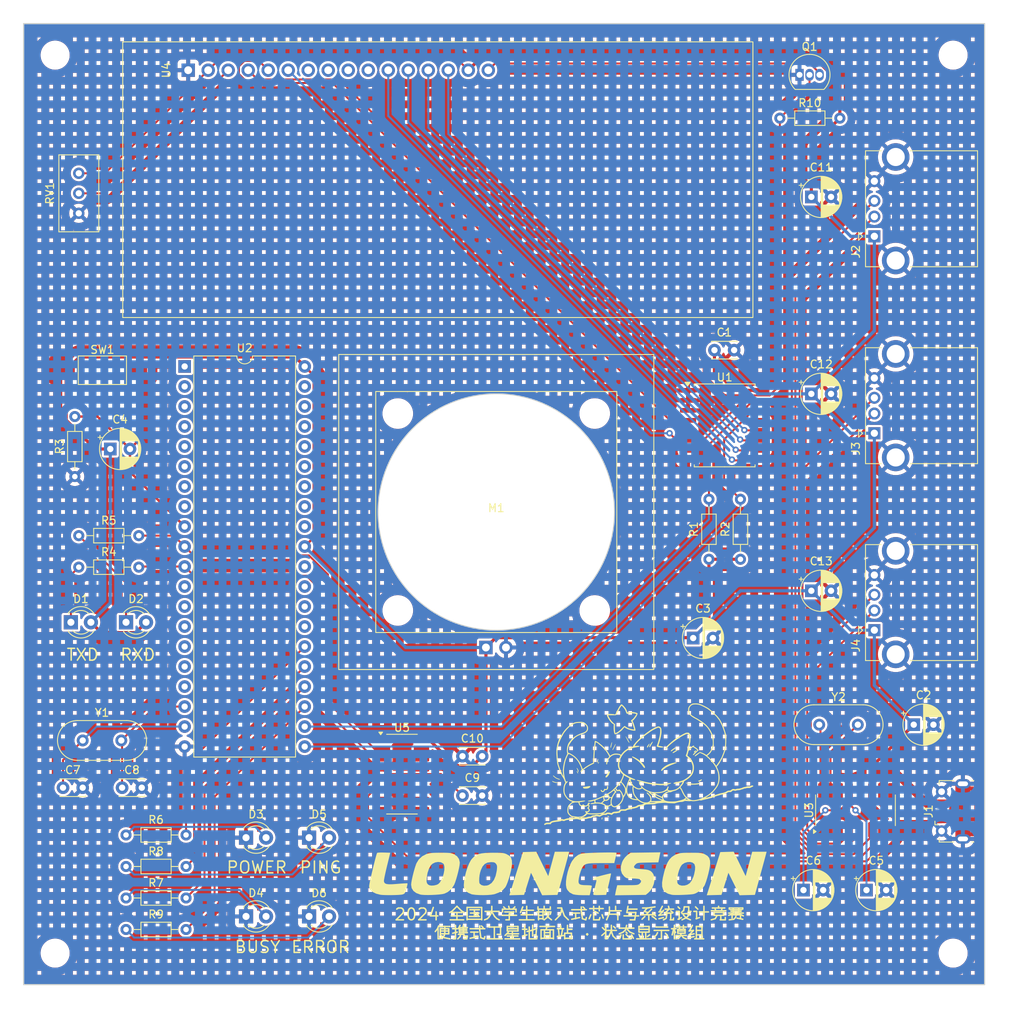
<source format=kicad_pcb>
(kicad_pcb (version 20240108) (generator "pcbnew") (generator_version "8.0")
  (layers (0 "F.Cu" signal) (31 "B.Cu" signal) (34 "B.Paste" user) (35 "F.Paste" user) (36 "B.SilkS" user "B.Silkscreen") (37 "F.SilkS" user "F.Silkscreen") (38 "B.Mask" user) (39 "F.Mask" user) (44 "Edge.Cuts" user))
  (net 0 "")
  (net 1 "+5V")
  (net 2 "GND")
  (net 3 "Net-(U2-~{RESET})")
  (net 4 "Net-(U3-VDD33)")
  (net 5 "Net-(U3-VDD18)")
  (net 6 "Net-(U2-X2)")
  (net 7 "Net-(U5-V3)")
  (net 8 "Net-(D3-A)")
  (net 9 "Net-(D4-A)")
  (net 10 "/USB_DM")
  (net 11 "/USB_DP")
  (net 13 "/USB2_DM")
  (net 14 "/USB2_DP")
  (net 15 "/USB3_DM")
  (net 16 "/USB3_DP")
  (net 17 "/USB4_DM")
  (net 18 "/USB4_DP")
  (net 19 "/EXP_P3")
  (net 20 "Net-(Q1-C)")
  (net 21 "/MCU_SDA")
  (net 22 "/MCU_SCL")
  (net 23 "/MCU_POWER")
  (net 24 "/MCU_BUSY")
  (net 25 "/MCU_ERROR")
  (net 26 "Net-(U4-VO)")
  (net 27 "/EXP_P0")
  (net 28 "/EXP_P1")
  (net 29 "/EXP_P2")
  (net 30 "/EXP_P4")
  (net 31 "/EXP_P5")
  (net 32 "/EXP_P6")
  (net 33 "/EXP_P7")
  (net 43 "/MCU_TXD")
  (net 44 "/MCU_RXD")
  (net 51 "Net-(U2-X1)")
  (net 64 "/USB1_DM")
  (net 65 "/USB1_DP")
  (net 66 "Net-(U3-XOUT)")
  (net 67 "Net-(U3-XIN)")
  (net 81 "Net-(D1-K)")
  (net 82 "Net-(D2-K)")
  (net 83 "Net-(D5-A)")
  (net 84 "Net-(D6-A)")
  (net 85 "/MCU_PING")
  (footprint "Connector_USB:USB_A_CONNFLY_DS1095-WNR0" (layer "F.Cu") (at 171 90 90)
    (property "Reference" "J3")
    (property "Value" "USB_A")
  )
  (footprint "Capacitor_THT:C_Disc_D3.0mm_W2.0mm_P2.50mm" (layer "F.Cu") (at 150.7 79.45)
    (property "Reference" "C1")
    (property "Value" "0.1uF")
  )
  (footprint "Crystal:Crystal_HC18-U_Vertical" (layer "F.Cu") (at 164 127)
    (property "Reference" "Y2")
    (property "Value" "12MHz")
  )
  (footprint "Resistor_THT:R_Axial_DIN0204_L3.6mm_D1.6mm_P7.62mm_Horizontal" (layer "F.Cu") (at 150 106 90)
    (property "Reference" "R1")
    (property "Value" "10k")
  )
  (footprint "Logo:Loongson" (layer "F.Cu") (at 132.088388 145.845837)
    (property "Reference" "G***" (hide yes))
    (property "Value" "LOGO" (hide yes))
  )
  (footprint "Resistor_THT:R_Axial_DIN0204_L3.6mm_D1.6mm_P7.62mm_Horizontal" (layer "F.Cu") (at 159 50)
    (property "Reference" "R10")
    (property "Value" "4.7k")
  )
  (footprint "MountingHole:MountingHole_3.2mm_M3" (layer "F.Cu") (at 181 156)
    (property "Reference" "H3" (hide yes))
    (property "Value" "MountingHole")
  )
  (footprint "OpenStation:Fan_30x30mm" (layer "F.Cu") (at 123 100)
    (property "Reference" "M1")
    (property "Value" "Fan")
    (fp_circle (center 0 0) (end 15 0) (stroke (width 0.12)) (fill none) (layer "Edge.Cuts"))
  )
  (footprint "Package_DIP:DIP-40_W15.24mm" (layer "F.Cu") (at 83.44 81.52)
    (property "Reference" "U2")
    (property "Value" "AT89C52")
  )
  (footprint "Capacitor_THT:CP_Radial_D5.0mm_P2.50mm" (layer "F.Cu") (at 148 116)
    (property "Reference" "C3")
    (property "Value" "4.7uF")
  )
  (footprint "Connector_USB:USB_A_CONNFLY_DS1095-WNR0" (layer "F.Cu") (at 171 115 90)
    (property "Reference" "J4")
    (property "Value" "USB_A")
  )
  (footprint "Resistor_THT:R_Axial_DIN0204_L3.6mm_D1.6mm_P7.62mm_Horizontal" (layer "F.Cu") (at 69.5 95.5 90)
    (property "Reference" "R3")
    (property "Value" "10k")
  )
  (footprint "LED_THT:LED_D3.0mm" (layer "F.Cu") (at 91.235 141.34)
    (property "Reference" "D3")
    (property "Value" "LED")
  )
  (footprint "Button_Switch_SMD:SW_SPST_FSMSM" (layer "F.Cu") (at 73 82)
    (property "Reference" "SW1")
    (property "Value" "SW_Push")
  )
  (footprint "Resistor_THT:R_Axial_DIN0204_L3.6mm_D1.6mm_P7.62mm_Horizontal" (layer "F.Cu") (at 70 107)
    (property "Reference" "R4")
    (property "Value" "1k")
  )
  (footprint "Capacitor_THT:C_Disc_D3.0mm_W2.0mm_P2.50mm" (layer "F.Cu") (at 118.71 131)
    (property "Reference" "C10")
    (property "Value" "0.1uF")
  )
  (footprint "LED_THT:LED_D3.0mm" (layer "F.Cu") (at 99.235 151.34)
    (property "Reference" "D6")
    (property "Value" "LED")
  )
  (footprint "Capacitor_THT:CP_Radial_D5.0mm_P2.50mm" (layer "F.Cu") (at 74 92)
    (property "Reference" "C4")
    (property "Value" "10uF")
  )
  (footprint "Capacitor_THT:CP_Radial_D5.0mm_P2.50mm" (layer "F.Cu") (at 163 110)
    (property "Reference" "C13")
    (property "Value" "10uF")
  )
  (footprint "Resistor_THT:R_Axial_DIN0204_L3.6mm_D1.6mm_P7.62mm_Horizontal" (layer "F.Cu") (at 76 153)
    (property "Reference" "R9")
    (property "Value" "1k")
  )
  (footprint "Capacitor_THT:CP_Radial_D5.0mm_P2.50mm" (layer "F.Cu") (at 163 60)
    (property "Reference" "C11")
    (property "Value" "10uF")
  )
  (footprint "Potentiometer_THT:Potentiometer_Bourns_3296W_Vertical" (layer "F.Cu") (at 70 57 90)
    (property "Reference" "RV1")
    (property "Value" "100k")
  )
  (footprint "MountingHole:MountingHole_3.2mm_M3" (layer "F.Cu") (at 67 156)
    (property "Reference" "H4" (hide yes))
    (property "Value" "MountingHole")
  )
  (footprint "Package_SO:SOIC-16W_7.5x10.3mm_P1.27mm" (layer "F.Cu") (at 152 89)
    (property "Reference" "U1")
    (property "Value" "PCF8574")
  )
  (footprint "Resistor_THT:R_Axial_DIN0204_L3.6mm_D1.6mm_P7.62mm_Horizontal" (layer "F.Cu") (at 76 141)
    (property "Reference" "R6")
    (property "Value" "1k")
  )
  (footprint "Capacitor_THT:C_Disc_D3.0mm_W2.0mm_P2.50mm" (layer "F.Cu") (at 118.71 136)
    (property "Reference" "C9")
    (property "Value" "0.1uF")
  )
  (footprint "Connector_USB:USB_Micro-B_Molex-105017-0001" (layer "F.Cu") (at 181 138 90)
    (property "Reference" "J1")
    (property "Value" "USB_B_Micro")
  )
  (footprint "LED_THT:LED_D3.0mm" (layer "F.Cu") (at 99.235 141.34)
    (property "Reference" "D5")
    (property "Value" "LED")
  )
  (footprint "Package_SO:SOIC-16_3.9x9.9mm_P1.27mm" (layer "F.Cu") (at 111.03 133.28)
    (property "Reference" "U5")
    (property "Value" "CH340C")
  )
  (footprint "Crystal:Crystal_HC18-U_Vertical" (layer "F.Cu") (at 70.5 129)
    (property "Reference" "Y1")
    (property "Value" "11.0592MHz")
  )
  (footprint "Capacitor_THT:C_Disc_D3.0mm_W2.0mm_P2.50mm" (layer "F.Cu") (at 68 135)
    (property "Reference" "C7")
    (property "Value" "20pF")
  )
  (footprint "Capacitor_THT:CP_Radial_D5.0mm_P2.50mm" (layer "F.Cu") (at 163 85)
    (property "Reference" "C12")
    (property "Value" "10uF")
  )
  (footprint "LED_THT:LED_D3.0mm" (layer "F.Cu") (at 76 114)
    (property "Reference" "D2")
    (property "Value" "LED")
  )
  (footprint "Package_SO:SOIC-16_3.9x9.9mm_P1.27mm" (layer "F.Cu") (at 168.605 137.865 90)
    (property "Reference" "U3")
    (property "Value" "SL2.1A")
  )
  (footprint "MountingHole:MountingHole_3.2mm_M3" (layer "F.Cu") (at 67 42)
    (property "Reference" "H1" (hide yes))
    (property "Value" "MountingHole")
  )
  (footprint "Capacitor_THT:CP_Radial_D5.0mm_P2.50mm" (layer "F.Cu") (at 176 127)
    (property "Reference" "C2")
    (property "Value" "10uF")
  )
  (footprint "OpenStation:LCD1602" (layer "F.Cu") (at 83.89 43.91 90)
    (property "Reference" "U4")
    (property "Value" "LCD1602")
  )
  (footprint "Resistor_THT:R_Axial_DIN0204_L3.6mm_D1.6mm_P7.62mm_Horizontal" (layer "F.Cu") (at 70 103)
    (property "Reference" "R5")
    (property "Value" "1k")
  )
  (footprint "Connector_USB:USB_A_CONNFLY_DS1095-WNR0" (layer "F.Cu") (at 171 65 90)
    (property "Reference" "J2")
    (property "Value" "USB_A")
  )
  (footprint "Logo:Cat" (layer "F.Cu") (at 142.18 132.28)
    (property "Reference" "G***" (hide yes))
    (property "Value" "LOGO" (hide yes))
  )
  (footprint "Resistor_THT:R_Axial_DIN0204_L3.6mm_D1.6mm_P7.62mm_Horizontal" (layer "F.Cu") (at 76 149)
    (property "Reference" "R7")
    (property "Value" "1k")
  )
  (footprint "Resistor_THT:R_Axial_DIN0204_L3.6mm_D1.6mm_P7.62mm_Horizontal" (layer "F.Cu") (at 76 145)
    (property "Reference" "R8")
    (property "Value" "1k")
  )
  (footprint "LED_THT:LED_D3.0mm" (layer "F.Cu") (at 69 114)
    (property "Reference" "D1")
    (property "Value" "LED")
  )
  (footprint "MountingHole:MountingHole_3.2mm_M3" (layer "F.Cu") (at 181 42)
    (property "Reference" "H2" (hide yes))
    (property "Value" "MountingHole")
  )
  (footprint "LED_THT:LED_D3.0mm" (layer "F.Cu") (at 91.235 151.34)
    (property "Reference" "D4")
    (property "Value" "LED")
  )
  (footprint "Package_TO_SOT_THT:TO-92_Inline" (layer "F.Cu") (at 161.5 44.5)
    (property "Reference" "Q1")
    (property "Value" "S8050")
  )
  (footprint "Capacitor_THT:C_Disc_D3.0mm_W2.0mm_P2.50mm" (layer "F.Cu") (at 75.5 135)
    (property "Reference" "C8")
    (property "Value" "20pF")
  )
  (footprint "Capacitor_THT:CP_Radial_D5.0mm_P2.50mm" (layer "F.Cu") (at 170 148)
    (property "Reference" "C5")
    (property "Value" "10uF")
  )
  (footprint "Resistor_THT:R_Axial_DIN0204_L3.6mm_D1.6mm_P7.62mm_Horizontal" (layer "F.Cu") (at 154 106 90)
    (property "Reference" "R2")
    (property "Value" "10k")
  )
  (footprint "Capacitor_THT:CP_Radial_D5.0mm_P2.50mm" (layer "F.Cu") (at 162 148)
    (property "Reference" "C6")
    (property "Value" "10uF")
  )
  (gr_rect (start 63 38) (end 185 160) (stroke (width 0.15)) (fill none) (layer "Edge.Cuts"))
  (gr_text "BUSY" (at 92.7 156.1 0) (layer "F.SilkS") (effects (font (size 1.5 1.5) (thickness 0.1875)) (justify bottom)))
  (gr_text "RXD" (at 77.5 119 0) (layer "F.SilkS") (effects (font (size 1.5 1.5) (thickness 0.1875)) (justify bottom)))
  (gr_text "ERROR" (at 100.7 156.1 0) (layer "F.SilkS") (effects (font (size 1.5 1.5) (thickness 0.1875)) (justify bottom)))
  (gr_text "2024 全国大学生嵌入式芯片与系统设计竞赛\n便携式卫星地面站 · 状态显示模组" (at 132.33 154.38 0) (layer "F.SilkS") (effects (font (size 1.5 1.5) (thickness 0.1875)) (justify bottom)))
  (gr_text "TXD" (at 70.5 119 0) (layer "F.SilkS") (effects (font (size 1.5 1.5) (thickness 0.1875)) (justify bottom)))
  (gr_text "PING" (at 100.7 146 0) (layer "F.SilkS") (effects (font (size 1.5 1.5) (thickness 0.1875)) (justify bottom)))
  (gr_text "POWER" (at 92.6 146 0) (layer "F.SilkS") (effects (font (size 1.5 1.5) (thickness 0.1875)) (justify bottom)))
  (segment (start 88.055 42.285) (end 117.825 42.285) (width 0.25) (layer "F.Cu") (net 1))
  (segment (start 150 106) (end 150 114) (width 0.4) (layer "F.Cu") (net 1))
  (segment (start 98.68 104.38) (end 99.83 103.23) (width 0.3) (layer "F.Cu") (net 1))
  (segment (start 120.01 132.2) (end 117.77 132.2) (width 0.4) (layer "F.Cu") (net 1))
  (segment (start 170.51 135.876974) (end 173.933026 139.3) (width 0.4) (layer "F.Cu") (net 1))
  (segment (start 121.21 131) (end 120.01 132.2) (width 0.4) (layer "F.Cu") (net 1))
  (segment (start 163.608148 42.535) (end 120.825 42.535) (width 0.4) (layer "F.Cu") (net 1))
  (segment (start 70.09 80.32) (end 97.48 80.32) (width 0.4) (layer "F.Cu") (net 1))
  (segment (start 86.43 43.91) (end 73.34 57) (width 0.25) (layer "F.Cu") (net 1))
  (segment (start 114.405 128.835) (end 113.505 128.835) (width 0.4) (layer "F.Cu") (net 1))
  (segment (start 173.933026 139.3) (end 179.5375 139.3) (width 0.4) (layer "F.Cu") (net 1))
  (segment (start 77.24 115.3) (end 78.54 114) (width 0.4) (layer "F.Cu") (net 1))
  (segment (start 121.69 130.52) (end 121.21 131) (width 0.4) (layer "F.Cu") (net 1))
  (segment (start 68.41 82) (end 68.4 82.01) (width 0.4) (layer "F.Cu") (net 1))
  (segment (start 147.95 115.95) (end 148 116) (width 0.4) (layer "F.Cu") (net 1))
  (segment (start 166.62 45.546852) (end 163.608148 42.535) (width 0.4) (layer "F.Cu") (net 1))
  (segment (start 97.48 80.32) (end 98.68 81.52) (width 0.4) (layer "F.Cu") (net 1))
  (segment (start 170.51 135.39) (end 170.51 132.49) (width 0.4) (layer "F.Cu") (net 1))
  (segment (start 154 106) (end 150 106) (width 0.4) (layer "F.Cu") (net 1))
  (segment (start 68.4 82.01) (end 68.4 88.335635) (width 0.4) (layer "F.Cu") (net 1))
  (segment (start 152.265 84.555) (end 156.65 84.555) (width 0.4) (layer "F.Cu") (net 1))
  (segment (start 99.83 103.23) (end 99.83 82.67) (width 0.3) (layer "F.Cu") (net 1))
  (segment (start 117.825 42.285) (end 119.45 43.91) (width 0.25) (layer "F.Cu") (net 1))
  (segment (start 86.43 43.91) (end 88.055 42.285) (width 0.25) (layer "F.Cu") (net 1))
  (segment (start 166.62 50) (end 166.62 45.546852) (width 0.4) (layer "F.Cu") (net 1))
  (segment (start 120.825 42.535) (end 119.45 43.91) (width 0.4) (layer "F.Cu") (net 1))
  (segment (start 122.94 115.95) (end 147.95 115.95) (width 0.4) (layer "F.Cu") (net 1))
  (segment (start 68.4 88.335635) (end 72.064365 92) (width 0.4) (layer "F.Cu") (net 1))
  (segment (start 163 60) (end 163 53.62) (width 0.4) (layer "F.Cu") (net 1))
  (segment (start 68.41 82) (end 70.09 80.32) (width 0.4) (layer "F.Cu") (net 1))
  (segment (start 72.84 115.3) (end 77.24 115.3) (width 0.4) (layer "F.Cu") (net 1))
  (segment (start 71.54 114) (end 72.84 115.3) (width 0.4) (layer "F.Cu") (net 1))
  (segment (start 121.69 117.2) (end 121.69 130.52) (width 0.4) (layer "F.Cu") (net 1))
  (segment (start 72.064365 92) (end 74 92) (width 0.4) (layer "F.Cu") (net 1))
  (segment (start 73.34 57) (end 70 57) (width 0.25) (layer "F.Cu") (net 1))
  (segment (start 163 53.62) (end 166.62 50) (width 0.4) (layer "F.Cu") (net 1))
  (segment (start 99.83 82.67) (end 98.68 81.52) (width 0.3) (layer "F.Cu") (net 1))
  (segment (start 170.51 132.49) (end 176 127) (width 0.4) (layer "F.Cu") (net 1))
  (segment (start 150 114) (end 148 116) (width 0.4) (layer "F.Cu") (net 1))
  (segment (start 150.7 82.99) (end 152.265 84.555) (width 0.4) (layer "F.Cu") (net 1))
  (segment (start 150.7 79.45) (end 150.7 82.99) (width 0.4) (layer "F.Cu") (net 1))
  (segment (start 121.69 117.2) (end 122.94 115.95) (width 0.4) (layer "F.Cu") (net 1))
  (segment (start 117.77 132.2) (end 114.405 128.835) (width 0.4) (layer "F.Cu") (net 1))
  (segment (start 171 65) (end 171 77) (width 0.4) (layer "B.Cu") (net 1))
  (segment (start 121.69 117.2) (end 111.5 117.2) (width 0.4) (layer "B.Cu") (net 1))
  (segment (start 163 110) (end 168 115) (width 0.4) (layer "B.Cu") (net 1))
  (segment (start 74 111.54) (end 71.54 114) (width 0.4) (layer "B.Cu") (net 1))
  (segment (start 163 85) (end 156.25 85) (width 0.4) (layer "B.Cu") (net 1))
  (segment (start 163 60) (end 168 65) (width 0.4) (layer "B.Cu") (net 1))
  (segment (start 168 90) (end 171 90) (width 0.4) (layer "B.Cu") (net 1))
  (segment (start 171 90) (end 171 102) (width 0.4) (layer "B.Cu") (net 1))
  (segment (start 111.5 117.2) (end 98.68 104.38) (width 0.4) (layer "B.Cu") (net 1))
  (segment (start 74 92) (end 74 111.54) (width 0.4) (layer "B.Cu") (net 1))
  (segment (start 168 115) (end 171 115) (width 0.4) (layer "B.Cu") (net 1))
  (segment (start 156.25 85) (end 150.7 79.45) (width 0.4) (layer "B.Cu") (net 1))
  (segment (start 148 116) (end 154 110) (width 0.4) (layer "B.Cu") (net 1))
  (segment (start 171 77) (end 163 85) (width 0.4) (layer "B.Cu") (net 1))
  (segment (start 171 102) (end 163 110) (width 0.4) (layer "B.Cu") (net 1))
  (segment (start 163 85) (end 168 90) (width 0.4) (layer "B.Cu") (net 1))
  (segment (start 154 110) (end 163 110) (width 0.4) (layer "B.Cu") (net 1))
  (segment (start 176 127) (end 171 122) (width 0.4) (layer "B.Cu") (net 1))
  (segment (start 171 122) (end 171 115) (width 0.4) (layer "B.Cu") (net 1))
  (segment (start 168 65) (end 171 65) (width 0.4) (layer "B.Cu") (net 1))
  (segment (start 179.5375 136.7) (end 181.9375 136.7) (width 0.25) (layer "F.Cu") (net 2))
  (segment (start 181.9375 136.7) (end 182.2375 137) (width 0.25) (layer "F.Cu") (net 2))
  (segment (start 76.5 94.9) (end 76.5 92) (width 0.3) (layer "F.Cu") (net 3))
  (segment (start 83.44 101.84) (end 76.5 94.9) (width 0.3) (layer "F.Cu") (net 3))
  (segment (start 77.59 82) (end 77.59 90.91) (width 0.3) (layer "F.Cu") (net 3))
  (segment (start 76.5 92) (end 72.38 87.88) (width 0.3) (layer "F.Cu") (net 3))
  (segment (start 72.38 87.88) (end 69.5 87.88) (width 0.3) (layer "F.Cu") (net 3))
  (segment (start 77.59 90.91) (end 76.5 92) (width 0.3) (layer "F.Cu") (net 3))
  (segment (start 167.97 137.23) (end 168.605 137.865) (width 0.25) (layer "F.Cu") (net 4))
  (segment (start 167.97 135.39) (end 167.97 137.23) (width 0.25) (layer "F.Cu") (net 4))
  (via (at 168.605 137.865) (size 0.8) (drill 0.4) (layers "F.Cu" "B.Cu") (net 4))
  (segment (start 170 139.26) (end 170 148) (width 0.25) (layer "B.Cu") (net 4))
  (segment (start 168.605 137.865) (end 170 139.26) (width 0.25) (layer "B.Cu") (net 4))
  (segment (start 166.7 137.01) (end 166.7 135.39) (width 0.25) (layer "F.Cu") (net 5))
  (segment (start 165.845 137.865) (end 166.7 137.01) (width 0.25) (layer "F.Cu") (net 5))
  (segment (start 164.78 137.865) (end 165.845 137.865) (width 0.25) (layer "F.Cu") (net 5))
  (via (at 164.78 137.865) (size 0.8) (drill 0.4) (layers "F.Cu" "B.Cu") (net 5))
  (segment (start 164.78 137.865) (end 162 140.645) (width 0.25) (layer "B.Cu") (net 5))
  (segment (start 162 140.645) (end 162 148) (width 0.25) (layer "B.Cu") (net 5))
  (segment (start 68 135) (end 68 131.5) (width 0.25) (layer "F.Cu") (net 6))
  (segment (start 68 131.5) (end 70.5 129) (width 0.25) (layer "F.Cu") (net 6))
  (segment (start 83.44 127.24) (end 72.26 127.24) (width 0.25) (layer "B.Cu") (net 6))
  (segment (start 72.26 127.24) (end 70.5 129) (width 0.25) (layer "B.Cu") (net 6))
  (segment (start 108.555 132.645) (end 109.18 133.27) (width 0.25) (layer "F.Cu") (net 7))
  (segment (start 115.98 133.27) (end 118.71 136) (width 0.25) (layer "F.Cu") (net 7))
  (segment (start 109.18 133.27) (end 115.98 133.27) (width 0.25) (layer "F.Cu") (net 7))
  (segment (start 92.41 139.975) (end 77.025 139.975) (width 0.25) (layer "B.Cu") (net 8))
  (segment (start 77.025 139.975) (end 76 141) (width 0.25) (layer "B.Cu") (net 8))
  (segment (start 93.775 141.34) (end 92.41 139.975) (width 0.25) (layer "B.Cu") (net 8))
  (segment (start 90.41 147.975) (end 93.775 151.34) (width 0.25) (layer "B.Cu") (net 9))
  (segment (start 76 149) (end 77.025 147.975) (width 0.25) (layer "B.Cu") (net 9))
  (segment (start 77.025 147.975) (end 90.41 147.975) (width 0.25) (layer "B.Cu") (net 9))
  (segment (start 176.31 138.65) (end 173.05 135.39) (width 0.25) (layer "F.Cu") (net 10))
  (segment (start 179.5375 138.65) (end 176.31 138.65) (width 0.25) (layer "F.Cu") (net 10))
  (segment (start 173.400908 134.09) (end 172.105001 134.09) (width 0.25) (layer "F.Cu") (net 11))
  (segment (start 172.105001 134.09) (end 171.78 134.415001) (width 0.25) (layer "F.Cu") (net 11))
  (segment (start 177.310908 138) (end 173.400908 134.09) (width 0.25) (layer "F.Cu") (net 11))
  (segment (start 171.78 134.415001) (end 171.78 135.39) (width 0.25) (layer "F.Cu") (net 11))
  (segment (start 179.5375 138) (end 177.310908 138) (width 0.25) (layer "F.Cu") (net 11))
  (segment (start 166.970908 142.99) (end 163.193604 142.99) (width 0.25) (layer "F.Cu") (net 13))
  (segment (start 160.975 140.771396) (end 160.975 72.525) (width 0.25) (layer "F.Cu") (net 13))
  (segment (start 160.975 72.525) (end 171 62.5) (width 0.25) (layer "F.Cu") (net 13))
  (segment (start 169.24 140.720908) (end 166.970908 142.99) (width 0.25) (layer "F.Cu") (net 13))
  (segment (start 163.193604 142.99) (end 160.975 140.771396) (width 0.25) (layer "F.Cu") (net 13))
  (segment (start 170.51 140.34) (end 170.51 141.314999) (width 0.25) (layer "F.Cu") (net 14))
  (segment (start 168.384999 143.44) (end 163.007208 143.44) (width 0.25) (layer "F.Cu") (net 14))
  (segment (start 163.007208 143.44) (end 160.525 140.957792) (width 0.25) (layer "F.Cu") (net 14))
  (segment (start 160.525 140.957792) (end 160.525 70.975) (width 0.25) (layer "F.Cu") (net 14))
  (segment (start 160.525 70.975) (end 171 60.5) (width 0.25) (layer "F.Cu") (net 14))
  (segment (start 170.51 141.314999) (end 168.384999 143.44) (width 0.25) (layer "F.Cu") (net 14))
  (segment (start 165.924999 142.09) (end 166.7 141.314999) (width 0.25) (layer "F.Cu") (net 15))
  (segment (start 171 87.5) (end 161.875 96.625) (width 0.25) (layer "F.Cu") (net 15))
  (segment (start 161.875 96.625) (end 161.875 140.342304) (width 0.25) (layer "F.Cu") (net 15))
  (segment (start 161.875 140.342304) (end 163.622696 142.09) (width 0.25) (layer "F.Cu") (net 15))
  (segment (start 163.622696 142.09) (end 165.924999 142.09) (width 0.25) (layer "F.Cu") (net 15))
  (segment (start 166.7 141.314999) (end 166.7 140.34) (width 0.25) (layer "F.Cu") (net 15))
  (segment (start 163.38 142.54) (end 161.425 140.585) (width 0.25) (layer "F.Cu") (net 16))
  (segment (start 161.425 95.075) (end 171 85.5) (width 0.25) (layer "F.Cu") (net 16))
  (segment (start 166.150908 142.54) (end 163.38 142.54) (width 0.25) (layer "F.Cu") (net 16))
  (segment (start 167.97 140.720908) (end 166.150908 142.54) (width 0.25) (layer "F.Cu") (net 16))
  (segment (start 161.425 140.585) (end 161.425 95.075) (width 0.25) (layer "F.Cu") (net 16))
  (segment (start 162.925 139.105) (end 162.925 120.575) (width 0.25) (layer "F.Cu") (net 17))
  (segment (start 164.16 140.34) (end 162.925 139.105) (width 0.25) (layer "F.Cu") (net 17))
  (segment (start 162.925 120.575) (end 171 112.5) (width 0.25) (layer "F.Cu") (net 17))
  (segment (start 165.104999 141.64) (end 163.809092 141.64) (width 0.25) (layer "F.Cu") (net 18))
  (segment (start 162.475 119.025) (end 171 110.5) (width 0.25) (layer "F.Cu") (net 18))
  (segment (start 163.809092 141.64) (end 162.475 140.305908) (width 0.25) (layer "F.Cu") (net 18))
  (segment (start 165.43 141.314999) (end 165.104999 141.64) (width 0.25) (layer "F.Cu") (net 18))
  (segment (start 162.475 140.305908) (end 162.475 119.025) (width 0.25) (layer "F.Cu") (net 18))
  (segment (start 165.43 140.34) (end 165.43 141.314999) (width 0.25) (layer "F.Cu") (net 18))
  (segment (start 154.99 85.2) (end 148.015 92.175) (width 0.25) (layer "F.Cu") (net 19))
  (segment (start 162.77 44.5) (end 162.77 46.23) (width 0.25) (layer "F.Cu") (net 19))
  (segment (start 159 50) (end 159 83.905908) (width 0.25) (layer "F.Cu") (net 19))
  (segment (start 157.705908 85.2) (end 154.99 85.2) (width 0.25) (layer "F.Cu") (net 19))
  (segment (start 148.015 92.175) (end 147.35 92.175) (width 0.25) (layer "F.Cu") (net 19))
  (segment (start 162.77 46.23) (end 159 50) (width 0.25) (layer "F.Cu") (net 19))
  (segment (start 159 83.905908) (end 157.705908 85.2) (width 0.25) (layer "F.Cu") (net 19))
  (segment (start 122.84 43.06) (end 121.99 43.91) (width 0.25) (layer "F.Cu") (net 20))
  (segment (start 164.04 44.275) (end 162.825 43.06) (width 0.25) (layer "F.Cu") (net 20))
  (segment (start 164.04 44.5) (end 164.04 44.275) (width 0.25) (layer "F.Cu") (net 20))
  (segment (start 162.825 43.06) (end 122.84 43.06) (width 0.25) (layer "F.Cu") (net 20))
  (segment (start 155.625001 85.825) (end 150 91.450001) (width 0.25) (layer "F.Cu") (net 21))
  (segment (start 150 91.450001) (end 150 98.38) (width 0.25) (layer "F.Cu") (net 21))
  (segment (start 156.65 85.825) (end 155.625001 85.825) (width 0.25) (layer "F.Cu") (net 21))
  (segment (start 98.68 127.24) (end 123.694493 127.24) (width 0.25) (layer "B.Cu") (net 21))
  (segment (start 123.694493 127.24) (end 150 100.934493) (width 0.25) (layer "B.Cu") (net 21))
  (segment (start 150 100.934493) (end 150 98.38) (width 0.25) (layer "B.Cu") (net 21))
  (segment (start 151.93 90.790001) (end 151.93 96.31) (width 0.25) (layer "F.Cu") (net 22))
  (segment (start 156.65 87.095) (end 155.625001 87.095) (width 0.25) (layer "F.Cu") (net 22))
  (segment (start 155.625001 87.095) (end 151.93 90.790001) (width 0.25) (layer "F.Cu") (net 22))
  (segment (start 151.93 96.31) (end 154 98.38) (width 0.25) (layer "F.Cu") (net 22))
  (segment (start 154 99.41) (end 123.63 129.78) (width 0.25) (layer "B.Cu") (net 22))
  (segment (start 123.63 129.78) (end 98.68 129.78) (width 0.25) (layer "B.Cu") (net 22))
  (segment (start 154 98.38) (end 154 99.41) (width 0.25) (layer "B.Cu") (net 22))
  (segment (start 83.62 141) (end 83.62 132.14) (width 0.25) (layer "F.Cu") (net 23))
  (segment (start 83.62 132.14) (end 98.68 117.08) (width 0.25) (layer "F.Cu") (net 23))
  (segment (start 85.96 146.66) (end 83.62 149) (width 0.25) (layer "F.Cu") (net 24))
  (segment (start 98.68 122.16) (end 85.96 134.88) (width 0.25) (layer "F.Cu") (net 24))
  (segment (start 85.96 134.88) (end 85.96 146.66) (width 0.25) (layer "F.Cu") (net 24))
  (segment (start 87.24 136.14) (end 87.24 149.38) (width 0.25) (layer "F.Cu") (net 25))
  (segment (start 87.24 149.38) (end 83.62 153) (width 0.25) (layer "F.Cu") (net 25))
  (segment (start 98.68 124.7) (end 87.24 136.14) (width 0.25) (layer "F.Cu") (net 25))
  (segment (start 88.97 43.91) (end 73.34 59.54) (width 0.25) (layer "F.Cu") (net 26))
  (segment (start 73.34 59.54) (end 70 59.54) (width 0.25) (layer "F.Cu") (net 26))
  (segment (start 146.325001 88.365) (end 103.045001 45.085) (width 0.25) (layer "F.Cu") (net 27))
  (segment (start 103.045001 45.085) (end 92.685 45.085) (width 0.25) (layer "F.Cu") (net 27))
  (segment (start 92.685 45.085) (end 91.51 43.91) (width 0.25) (layer "F.Cu") (net 27))
  (segment (start 147.35 88.365) (end 146.325001 88.365) (width 0.25) (layer "F.Cu") (net 27))
  (segment (start 91.473299 45.535) (end 90.335 44.396701) (width 0.25) (layer "F.Cu") (net 28))
  (segment (start 90.335 44.396701) (end 90.335 43.423299) (width 0.25) (layer "F.Cu") (net 28))
  (segment (start 90.335 43.423299) (end 91.023299 42.735) (width 0.25) (layer "F.Cu") (net 28))
  (segment (start 92.875 42.735) (end 94.05 43.91) (width 0.25) (layer "F.Cu") (net 28))
  (segment (start 102.225001 45.535) (end 91.473299 45.535) (width 0.25) (layer "F.Cu") (net 28))
  (segment (start 146.325001 89.635) (end 102.225001 45.535) (width 0.25) (layer "F.Cu") (net 28))
  (segment (start 91.023299 42.735) (end 92.875 42.735) (width 0.25) (layer "F.Cu") (net 28))
  (segment (start 147.35 89.635) (end 146.325001 89.635) (width 0.25) (layer "F.Cu") (net 28))
  (segment (start 145 90) (end 145.905 90.905) (width 0.25) (layer "F.Cu") (net 29))
  (segment (start 145.905 90.905) (end 147.35 90.905) (width 0.25) (layer "F.Cu") (net 29))
  (via (at 145 90) (size 0.8) (drill 0.4) (layers "F.Cu" "B.Cu") (net 29))
  (segment (start 145 90) (end 142.68 90) (width 0.25) (layer "B.Cu") (net 29))
  (segment (start 142.68 90) (end 96.59 43.91) (width 0.25) (layer "B.Cu") (net 29))
  (segment (start 153.015 93.445) (end 152.92 93.35) (width 0.25) (layer "F.Cu") (net 30))
  (segment (start 156.65 93.445) (end 153.015 93.445) (width 0.25) (layer "F.Cu") (net 30))
  (via (at 152.92 93.35) (size 0.8) (drill 0.4) (layers "F.Cu" "B.Cu") (net 30))
  (segment (start 109.29 49.72) (end 152.92 93.35) (width 0.25) (layer "B.Cu") (net 30))
  (segment (start 109.29 43.91) (end 109.29 49.72) (width 0.25) (layer "B.Cu") (net 30))
  (segment (start 153.475 92.175) (end 153.4 92.1) (width 0.25) (layer "F.Cu") (net 31))
  (segment (start 156.65 92.175) (end 153.475 92.175) (width 0.25) (layer "F.Cu") (net 31))
  (via (at 153.4 92.1) (size 0.8) (drill 0.4) (layers "F.Cu" "B.Cu") (net 31))
  (segment (start 153.4 92.1) (end 111.83 50.53) (width 0.25) (layer "B.Cu") (net 31))
  (segment (start 111.83 50.53) (end 111.83 43.91) (width 0.25) (layer "B.Cu") (net 31))
  (segment (start 154.065 90.905) (end 153.96 90.8) (width 0.25) (layer "F.Cu") (net 32))
  (segment (start 156.65 90.905) (end 154.065 90.905) (width 0.25) (layer "F.Cu") (net 32))
  (via (at 153.96 90.8) (size 0.8) (drill 0.4) (layers "F.Cu" "B.Cu") (net 32))
  (segment (start 114.37 51.21) (end 153.96 90.8) (width 0.25) (layer "B.Cu") (net 32))
  (segment (start 114.37 43.91) (end 114.37 51.21) (width 0.25) (layer "B.Cu") (net 32))
  (segment (start 156.65 89.635) (end 154.535 89.635) (width 0.25) (layer "F.Cu") (net 33))
  (segment (start 154.535 89.635) (end 154.5 89.6) (width 0.25) (layer "F.Cu") (net 33))
  (via (at 154.5 89.6) (size 0.8) (drill 0.4) (layers "F.Cu" "B.Cu") (net 33))
  (segment (start 154.5 89.6) (end 116.91 52.01) (width 0.25) (layer "B.Cu") (net 33))
  (segment (start 116.91 52.01) (end 116.91 43.91) (width 0.25) (layer "B.Cu") (net 33))
  (segment (start 100.31 124.104999) (end 107.580001 131.375) (width 0.25) (layer "F.Cu") (net 43))
  (segment (start 83.44 106.92) (end 84.616396 108.096396) (width 0.25) (layer "F.Cu") (net 43))
  (segment (start 98.916396 108.096396) (end 100.31 109.49) (width 0.25) (layer "F.Cu") (net 43))
  (segment (start 84.616396 108.096396) (end 98.916396 108.096396) (width 0.25) (layer "F.Cu") (net 43))
  (segment (start 77.7 106.92) (end 77.62 107) (width 0.25) (layer "F.Cu") (net 43))
  (segment (start 83.44 106.92) (end 77.7 106.92) (width 0.25) (layer "F.Cu") (net 43))
  (segment (start 100.31 109.49) (end 100.31 124.104999) (width 0.25) (layer "F.Cu") (net 43))
  (segment (start 107.580001 131.375) (end 108.555 131.375) (width 0.25) (layer "F.Cu") (net 43))
  (segment (start 99.215 105.505) (end 84.565 105.505) (width 0.25) (layer "F.Cu") (net 44))
  (segment (start 101.62 107.91) (end 99.215 105.505) (width 0.25) (layer "F.Cu") (net 44))
  (segment (start 101.62 124.144999) (end 101.62 107.91) (width 0.25) (layer "F.Cu") (net 44))
  (segment (start 77.62 103) (end 82.06 103) (width 0.25) (layer "F.Cu") (net 44))
  (segment (start 107.580001 130.105) (end 101.62 124.144999) (width 0.25) (layer "F.Cu") (net 44))
  (segment (start 108.555 130.105) (end 107.580001 130.105) (width 0.25) (layer "F.Cu") (net 44))
  (segment (start 84.565 105.505) (end 83.44 104.38) (width 0.25) (layer "F.Cu") (net 44))
  (segment (start 82.06 103) (end 83.44 104.38) (width 0.25) (layer "F.Cu") (net 44))
  (segment (start 75.4 129) (end 79.7 124.7) (width 0.25) (layer "F.Cu") (net 51))
  (segment (start 79.7 124.7) (end 83.44 124.7) (width 0.25) (layer "F.Cu") (net 51))
  (segment (start 75.5 135) (end 75.5 129.1) (width 0.25) (layer "F.Cu") (net 51))
  (segment (start 75.5 129.1) (end 75.4 129) (width 0.25) (layer "F.Cu") (net 51))
  (segment (start 106.72 138.77) (end 111.84 143.89) (width 0.25) (layer "F.Cu") (net 64))
  (segment (start 107.580001 135.185) (end 106.72 136.045001) (width 0.25) (layer "F.Cu") (net 64))
  (segment (start 169.204999 143.89) (end 171.78 141.314999) (width 0.25) (layer "F.Cu") (net 64))
  (segment (start 106.72 136.045001) (end 106.72 138.77) (width 0.25) (layer "F.Cu") (net 64))
  (segment (start 108.555 135.185) (end 107.580001 135.185) (width 0.25) (layer "F.Cu") (net 64))
  (segment (start 111.84 143.89) (end 169.204999 143.89) (width 0.25) (layer "F.Cu") (net 64))
  (segment (start 171.78 141.314999) (end 171.78 140.34) (width 0.25) (layer "F.Cu") (net 64))
  (segment (start 106.27 138.956396) (end 106.27 135.819092) (width 0.25) (layer "F.Cu") (net 65))
  (segment (start 173.05 140.34) (end 173.05 141.314999) (width 0.25) (layer "F.Cu") (net 65))
  (segment (start 106.27 135.819092) (end 108.174092 133.915) (width 0.25) (layer "F.Cu") (net 65))
  (segment (start 170.024999 144.34) (end 111.653604 144.34) (width 0.25) (layer "F.Cu") (net 65))
  (segment (start 173.05 141.314999) (end 170.024999 144.34) (width 0.25) (layer "F.Cu") (net 65))
  (segment (start 111.653604 144.34) (end 106.27 138.956396) (width 0.25) (layer "F.Cu") (net 65))
  (segment (start 165.43 135.39) (end 165.43 130.47) (width 0.25) (layer "F.Cu") (net 66))
  (segment (start 165.43 130.47) (end 168.9 127) (width 0.25) (layer "F.Cu") (net 66))
  (segment (start 164.16 135.39) (end 164.16 127.16) (width 0.25) (layer "F.Cu") (net 67))
  (segment (start 70 107) (end 69 108) (width 0.25) (layer "F.Cu") (net 81))
  (segment (start 69 108) (end 69 114) (width 0.25) (layer "F.Cu") (net 81))
  (segment (start 76 109) (end 76 114) (width 0.25) (layer "F.Cu") (net 82))
  (segment (start 70 103) (end 76 109) (width 0.25) (layer "F.Cu") (net 82))
  (segment (start 97.09 146.025) (end 77.025 146.025) (width 0.25) (layer "B.Cu") (net 83))
  (segment (start 101.775 141.34) (end 97.09 146.025) (width 0.25) (layer "B.Cu") (net 83))
  (segment (start 77.025 146.025) (end 76 145) (width 0.25) (layer "B.Cu") (net 83))
  (segment (start 99.09 154.025) (end 77.025 154.025) (width 0.25) (layer "B.Cu") (net 84))
  (segment (start 101.775 151.34) (end 99.09 154.025) (width 0.25) (layer "B.Cu") (net 84))
  (segment (start 77.025 154.025) (end 76 153) (width 0.25) (layer "B.Cu") (net 84))
  (segment (start 84.645 133.655) (end 84.645 143.975) (width 0.25) (layer "F.Cu") (net 85))
  (segment (start 98.68 119.62) (end 84.645 133.655) (width 0.25) (layer "F.Cu") (net 85))
  (segment (start 84.645 143.975) (end 83.62 145) (width 0.25) (layer "F.Cu") (net 85))
  (zone (net 2) (net_name "GND") (layers "F&B.Cu") (connect_pads (clearance 0.3)) (min_thickness 0.25) (fill yes (mode hatch) (thermal_gap 0.5) (thermal_bridge_width 0.5) (hatch_thickness 1) (hatch_gap 0.5) (hatch_orientation 0) (hatch_border_algorithm hatch_thickness) (hatch_min_hole_area 0.3))
    (polygon (pts (xy 60 35) (xy 190 35) (xy 190 165) (xy 60 165)))
  )
)
</source>
